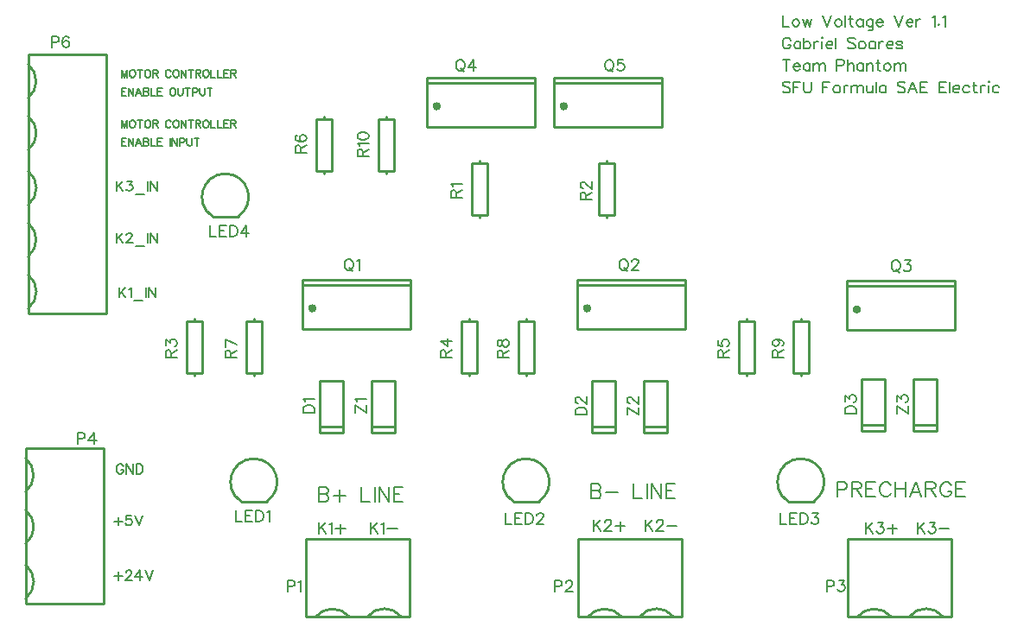
<source format=gto>
G04 ---------------------------- Layer name :TOP SILK LAYER*
G04 easyEDA 0.1*
G04 Scale: 100 percent, Rotated: No, Reflected: No *
G04 Dimensions in inches *
G04 leading zeros omitted , absolute positions ,2 integer and 4 * 
%FSLAX24Y24*%
%MOIN*%
G90*
G70D02*

%ADD10C,0.010000*%
%ADD11C,0.009000*%
%ADD12C,0.015748*%
%ADD13C,0.005000*%
%ADD14C,0.008000*%
%ADD15C,0.007000*%

%LPD*%
G54D10*
G01X3200Y45900D02*
G01X200Y45900D01*
G01X200Y45900D02*
G01X200Y35900D01*
G01X3200Y45900D02*
G01X3200Y35900D01*
G01X3200Y35900D02*
G01X200Y35900D01*
G01X11300Y41400D02*
G01X11300Y43400D01*
G01X11300Y43400D02*
G01X11600Y43400D01*
G01X11600Y43400D02*
G01X11900Y43400D01*
G01X11900Y43400D02*
G01X11900Y41400D01*
G01X11900Y41400D02*
G01X11600Y41400D01*
G01X11600Y41400D02*
G01X11300Y41400D01*
G01X11600Y43400D02*
G01X11600Y43500D01*
G01X11600Y41400D02*
G01X11600Y41300D01*
G01X7300Y39651D02*
G01X8303Y39648D01*
G01X13700Y41400D02*
G01X13700Y43400D01*
G01X13700Y43400D02*
G01X14000Y43400D01*
G01X14000Y43400D02*
G01X14300Y43400D01*
G01X14300Y43400D02*
G01X14300Y41400D01*
G01X14300Y41400D02*
G01X14000Y41400D01*
G01X14000Y41400D02*
G01X13700Y41400D01*
G01X14000Y43400D02*
G01X14000Y43500D01*
G01X14000Y41400D02*
G01X14000Y41300D01*
G01X29500Y28651D02*
G01X30503Y28648D01*
G01X19100Y33600D02*
G01X19100Y35600D01*
G01X19100Y35600D02*
G01X19400Y35600D01*
G01X19400Y35600D02*
G01X19700Y35600D01*
G01X19700Y35600D02*
G01X19700Y33600D01*
G01X19700Y33600D02*
G01X19400Y33600D01*
G01X19400Y33600D02*
G01X19100Y33600D01*
G01X19400Y35600D02*
G01X19400Y35700D01*
G01X19400Y33600D02*
G01X19400Y33500D01*
G01X18900Y28651D02*
G01X19903Y28648D01*
G01X8600Y33600D02*
G01X8600Y35600D01*
G01X8600Y35600D02*
G01X8900Y35600D01*
G01X8900Y35600D02*
G01X9200Y35600D01*
G01X9200Y35600D02*
G01X9200Y33600D01*
G01X9200Y33600D02*
G01X8900Y33600D01*
G01X8900Y33600D02*
G01X8600Y33600D01*
G01X8900Y35600D02*
G01X8900Y35700D01*
G01X8900Y33600D02*
G01X8900Y33500D01*
G01X8400Y28651D02*
G01X9403Y28648D01*
G01X29700Y33600D02*
G01X29700Y35600D01*
G01X29700Y35600D02*
G01X30000Y35600D01*
G01X30000Y35600D02*
G01X30300Y35600D01*
G01X30300Y35600D02*
G01X30300Y33600D01*
G01X30300Y33600D02*
G01X30000Y33600D01*
G01X30000Y33600D02*
G01X29700Y33600D01*
G01X30000Y35600D02*
G01X30000Y35700D01*
G01X30000Y33600D02*
G01X30000Y33500D01*
G01X6300Y33600D02*
G01X6300Y35600D01*
G01X6300Y35600D02*
G01X6600Y35600D01*
G01X6600Y35600D02*
G01X6900Y35600D01*
G01X6900Y35600D02*
G01X6900Y33600D01*
G01X6900Y33600D02*
G01X6600Y33600D01*
G01X6600Y33600D02*
G01X6300Y33600D01*
G01X6600Y35600D02*
G01X6600Y35700D01*
G01X6600Y33600D02*
G01X6600Y33500D01*
G01X16900Y33600D02*
G01X16900Y35600D01*
G01X16900Y35600D02*
G01X17200Y35600D01*
G01X17200Y35600D02*
G01X17500Y35600D01*
G01X17500Y35600D02*
G01X17500Y33600D01*
G01X17500Y33600D02*
G01X17200Y33600D01*
G01X17200Y33600D02*
G01X16900Y33600D01*
G01X17200Y35600D02*
G01X17200Y35700D01*
G01X17200Y33600D02*
G01X17200Y33500D01*
G01X27600Y33600D02*
G01X27600Y35600D01*
G01X27600Y35600D02*
G01X27900Y35600D01*
G01X27900Y35600D02*
G01X28200Y35600D01*
G01X28200Y35600D02*
G01X28200Y33600D01*
G01X28200Y33600D02*
G01X27900Y33600D01*
G01X27900Y33600D02*
G01X27600Y33600D01*
G01X27900Y35600D02*
G01X27900Y35700D01*
G01X27900Y33600D02*
G01X27900Y33500D01*
G54D11*
G01X14350Y33300D02*
G01X14350Y31300D01*
G01X13450Y31300D01*
G01X13450Y33300D01*
G01X14350Y33300D01*
G01X14350Y31550D02*
G01X13450Y31550D01*
G01X24850Y33300D02*
G01X24850Y31300D01*
G01X23950Y31300D01*
G01X23950Y33300D01*
G01X24850Y33300D01*
G01X24850Y31550D02*
G01X23950Y31550D01*
G01X35250Y33355D02*
G01X35250Y31355D01*
G01X34350Y31355D01*
G01X34350Y33355D01*
G01X35250Y33355D01*
G01X35250Y31605D02*
G01X34350Y31605D01*
G54D10*
G01X10763Y37202D02*
G01X14936Y37202D01*
G01X14936Y35312D01*
G01X10763Y35312D01*
G01X10763Y37202D01*
G01X14936Y37005D02*
G01X10763Y37005D01*
G01X21363Y37202D02*
G01X25536Y37202D01*
G01X25536Y35312D01*
G01X21363Y35312D01*
G01X21363Y37202D01*
G01X25536Y37005D02*
G01X21363Y37005D01*
G01X31763Y37157D02*
G01X35936Y37157D01*
G01X35936Y35267D01*
G01X31763Y35267D01*
G01X31763Y37157D01*
G01X35936Y36960D02*
G01X31763Y36960D01*
G01X15563Y45002D02*
G01X19736Y45002D01*
G01X19736Y43112D01*
G01X15563Y43112D01*
G01X15563Y45002D01*
G01X19736Y44805D02*
G01X15563Y44805D01*
G01X20463Y45002D02*
G01X24636Y45002D01*
G01X24636Y43112D01*
G01X20463Y43112D01*
G01X20463Y45002D01*
G01X24636Y44805D02*
G01X20463Y44805D01*
G54D11*
G01X12350Y33300D02*
G01X12350Y31300D01*
G01X11450Y31300D01*
G01X11450Y33300D01*
G01X12350Y33300D01*
G01X12350Y31550D02*
G01X11450Y31550D01*
G01X22850Y33300D02*
G01X22850Y31300D01*
G01X21950Y31300D01*
G01X21950Y33300D01*
G01X22850Y33300D01*
G01X22850Y31550D02*
G01X21950Y31550D01*
G01X33250Y33355D02*
G01X33250Y31355D01*
G01X32350Y31355D01*
G01X32350Y33355D01*
G01X33250Y33355D01*
G01X33250Y31605D02*
G01X32350Y31605D01*
G54D10*
G01X10900Y27200D02*
G01X10900Y24200D01*
G01X10900Y24200D01*
G01X10900Y27200D02*
G01X14900Y27200D01*
G01X10900Y24200D02*
G01X14900Y24200D01*
G01X14900Y27200D02*
G01X14900Y24200D01*
G01X21400Y27200D02*
G01X21400Y24200D01*
G01X21400Y24200D01*
G01X21400Y27200D02*
G01X25400Y27200D01*
G01X21400Y24200D02*
G01X25400Y24200D01*
G01X25400Y27200D02*
G01X25400Y24200D01*
G01X31800Y27200D02*
G01X31800Y24200D01*
G01X31800Y24200D01*
G01X31800Y27200D02*
G01X35800Y27200D01*
G01X31800Y24200D02*
G01X35800Y24200D01*
G01X35800Y27200D02*
G01X35800Y24200D01*
G01X3100Y30700D02*
G01X100Y30700D01*
G01X100Y30700D01*
G01X3100Y30700D02*
G01X3100Y26700D01*
G01X100Y30700D02*
G01X100Y26700D01*
G01X3100Y26700D02*
G01X3100Y24700D01*
G01X100Y26700D02*
G01X100Y24700D01*
G01X3100Y24700D02*
G01X100Y24700D01*
G01X17900Y41700D02*
G01X17900Y39700D01*
G01X17900Y39700D02*
G01X17600Y39700D01*
G01X17600Y39700D02*
G01X17300Y39700D01*
G01X17300Y39700D02*
G01X17300Y41700D01*
G01X17300Y41700D02*
G01X17600Y41700D01*
G01X17600Y41700D02*
G01X17900Y41700D01*
G01X17600Y39700D02*
G01X17600Y39600D01*
G01X17600Y41700D02*
G01X17600Y41800D01*
G01X22800Y41700D02*
G01X22800Y39700D01*
G01X22800Y39700D02*
G01X22500Y39700D01*
G01X22500Y39700D02*
G01X22200Y39700D01*
G01X22200Y39700D02*
G01X22200Y41700D01*
G01X22200Y41700D02*
G01X22500Y41700D01*
G01X22500Y41700D02*
G01X22800Y41700D01*
G01X22500Y39700D02*
G01X22500Y39600D01*
G01X22500Y41700D02*
G01X22500Y41800D01*
G54D13*
G01X29299Y47400D02*
G01X29299Y46970D01*
G01X29299Y46970D02*
G01X29545Y46970D01*
G01X29782Y47256D02*
G01X29741Y47236D01*
G01X29700Y47195D01*
G01X29680Y47134D01*
G01X29680Y47093D01*
G01X29700Y47031D01*
G01X29741Y46990D01*
G01X29782Y46970D01*
G01X29844Y46970D01*
G01X29884Y46990D01*
G01X29925Y47031D01*
G01X29946Y47093D01*
G01X29946Y47134D01*
G01X29925Y47195D01*
G01X29884Y47236D01*
G01X29844Y47256D01*
G01X29782Y47256D01*
G01X30081Y47256D02*
G01X30163Y46970D01*
G01X30244Y47256D02*
G01X30163Y46970D01*
G01X30244Y47256D02*
G01X30326Y46970D01*
G01X30408Y47256D02*
G01X30326Y46970D01*
G01X30858Y47400D02*
G01X31022Y46970D01*
G01X31185Y47400D02*
G01X31022Y46970D01*
G01X31423Y47256D02*
G01X31382Y47236D01*
G01X31341Y47195D01*
G01X31320Y47134D01*
G01X31320Y47093D01*
G01X31341Y47031D01*
G01X31382Y46990D01*
G01X31423Y46970D01*
G01X31484Y46970D01*
G01X31525Y46990D01*
G01X31566Y47031D01*
G01X31586Y47093D01*
G01X31586Y47134D01*
G01X31566Y47195D01*
G01X31525Y47236D01*
G01X31484Y47256D01*
G01X31423Y47256D01*
G01X31721Y47400D02*
G01X31721Y46970D01*
G01X31918Y47400D02*
G01X31918Y47052D01*
G01X31938Y46990D01*
G01X31979Y46970D01*
G01X32020Y46970D01*
G01X31856Y47256D02*
G01X31999Y47256D01*
G01X32400Y47256D02*
G01X32400Y46970D01*
G01X32400Y47195D02*
G01X32359Y47236D01*
G01X32319Y47256D01*
G01X32257Y47256D01*
G01X32216Y47236D01*
G01X32175Y47195D01*
G01X32155Y47134D01*
G01X32155Y47093D01*
G01X32175Y47031D01*
G01X32216Y46990D01*
G01X32257Y46970D01*
G01X32319Y46970D01*
G01X32359Y46990D01*
G01X32400Y47031D01*
G01X32781Y47256D02*
G01X32781Y46929D01*
G01X32760Y46868D01*
G01X32740Y46847D01*
G01X32699Y46827D01*
G01X32638Y46827D01*
G01X32597Y46847D01*
G01X32781Y47195D02*
G01X32740Y47236D01*
G01X32699Y47256D01*
G01X32638Y47256D01*
G01X32597Y47236D01*
G01X32556Y47195D01*
G01X32535Y47134D01*
G01X32535Y47093D01*
G01X32556Y47031D01*
G01X32597Y46990D01*
G01X32638Y46970D01*
G01X32699Y46970D01*
G01X32740Y46990D01*
G01X32781Y47031D01*
G01X32916Y47134D02*
G01X33161Y47134D01*
G01X33161Y47175D01*
G01X33141Y47215D01*
G01X33120Y47236D01*
G01X33079Y47256D01*
G01X33018Y47256D01*
G01X32977Y47236D01*
G01X32936Y47195D01*
G01X32916Y47134D01*
G01X32916Y47093D01*
G01X32936Y47031D01*
G01X32977Y46990D01*
G01X33018Y46970D01*
G01X33079Y46970D01*
G01X33120Y46990D01*
G01X33161Y47031D01*
G01X33611Y47400D02*
G01X33775Y46970D01*
G01X33939Y47400D02*
G01X33775Y46970D01*
G01X34074Y47134D02*
G01X34319Y47134D01*
G01X34319Y47175D01*
G01X34299Y47215D01*
G01X34278Y47236D01*
G01X34237Y47256D01*
G01X34176Y47256D01*
G01X34135Y47236D01*
G01X34094Y47195D01*
G01X34074Y47134D01*
G01X34074Y47093D01*
G01X34094Y47031D01*
G01X34135Y46990D01*
G01X34176Y46970D01*
G01X34237Y46970D01*
G01X34278Y46990D01*
G01X34319Y47031D01*
G01X34454Y47256D02*
G01X34454Y46970D01*
G01X34454Y47134D02*
G01X34474Y47195D01*
G01X34515Y47236D01*
G01X34556Y47256D01*
G01X34618Y47256D01*
G01X35068Y47318D02*
G01X35109Y47338D01*
G01X35170Y47400D01*
G01X35170Y46970D01*
G01X35325Y47072D02*
G01X35305Y47052D01*
G01X35325Y47031D01*
G01X35346Y47052D01*
G01X35325Y47072D01*
G01X35481Y47318D02*
G01X35522Y47338D01*
G01X35583Y47400D01*
G01X35583Y46970D01*
G01X29606Y46447D02*
G01X29586Y46488D01*
G01X29545Y46529D01*
G01X29504Y46550D01*
G01X29422Y46550D01*
G01X29381Y46529D01*
G01X29340Y46488D01*
G01X29320Y46447D01*
G01X29299Y46386D01*
G01X29299Y46284D01*
G01X29320Y46222D01*
G01X29340Y46181D01*
G01X29381Y46140D01*
G01X29422Y46120D01*
G01X29504Y46120D01*
G01X29545Y46140D01*
G01X29586Y46181D01*
G01X29606Y46222D01*
G01X29606Y46284D01*
G01X29504Y46284D02*
G01X29606Y46284D01*
G01X29987Y46406D02*
G01X29987Y46120D01*
G01X29987Y46345D02*
G01X29946Y46386D01*
G01X29905Y46406D01*
G01X29844Y46406D01*
G01X29803Y46386D01*
G01X29762Y46345D01*
G01X29741Y46284D01*
G01X29741Y46243D01*
G01X29762Y46181D01*
G01X29803Y46140D01*
G01X29844Y46120D01*
G01X29905Y46120D01*
G01X29946Y46140D01*
G01X29987Y46181D01*
G01X30122Y46550D02*
G01X30122Y46120D01*
G01X30122Y46345D02*
G01X30163Y46386D01*
G01X30204Y46406D01*
G01X30265Y46406D01*
G01X30306Y46386D01*
G01X30347Y46345D01*
G01X30367Y46284D01*
G01X30367Y46243D01*
G01X30347Y46181D01*
G01X30306Y46140D01*
G01X30265Y46120D01*
G01X30204Y46120D01*
G01X30163Y46140D01*
G01X30122Y46181D01*
G01X30502Y46406D02*
G01X30502Y46120D01*
G01X30502Y46284D02*
G01X30523Y46345D01*
G01X30564Y46386D01*
G01X30604Y46406D01*
G01X30666Y46406D01*
G01X30801Y46550D02*
G01X30821Y46529D01*
G01X30842Y46550D01*
G01X30821Y46570D01*
G01X30801Y46550D01*
G01X30821Y46406D02*
G01X30821Y46120D01*
G01X30977Y46284D02*
G01X31222Y46284D01*
G01X31222Y46325D01*
G01X31202Y46365D01*
G01X31181Y46386D01*
G01X31140Y46406D01*
G01X31079Y46406D01*
G01X31038Y46386D01*
G01X30997Y46345D01*
G01X30977Y46284D01*
G01X30977Y46243D01*
G01X30997Y46181D01*
G01X31038Y46140D01*
G01X31079Y46120D01*
G01X31140Y46120D01*
G01X31181Y46140D01*
G01X31222Y46181D01*
G01X31357Y46550D02*
G01X31357Y46120D01*
G01X32094Y46488D02*
G01X32053Y46529D01*
G01X31991Y46550D01*
G01X31909Y46550D01*
G01X31848Y46529D01*
G01X31807Y46488D01*
G01X31807Y46447D01*
G01X31828Y46406D01*
G01X31848Y46386D01*
G01X31889Y46365D01*
G01X32012Y46325D01*
G01X32053Y46304D01*
G01X32073Y46284D01*
G01X32094Y46243D01*
G01X32094Y46181D01*
G01X32053Y46140D01*
G01X31991Y46120D01*
G01X31909Y46120D01*
G01X31848Y46140D01*
G01X31807Y46181D01*
G01X32331Y46406D02*
G01X32290Y46386D01*
G01X32249Y46345D01*
G01X32229Y46284D01*
G01X32229Y46243D01*
G01X32249Y46181D01*
G01X32290Y46140D01*
G01X32331Y46120D01*
G01X32392Y46120D01*
G01X32433Y46140D01*
G01X32474Y46181D01*
G01X32494Y46243D01*
G01X32494Y46284D01*
G01X32474Y46345D01*
G01X32433Y46386D01*
G01X32392Y46406D01*
G01X32331Y46406D01*
G01X32875Y46406D02*
G01X32875Y46120D01*
G01X32875Y46345D02*
G01X32834Y46386D01*
G01X32793Y46406D01*
G01X32732Y46406D01*
G01X32691Y46386D01*
G01X32650Y46345D01*
G01X32629Y46284D01*
G01X32629Y46243D01*
G01X32650Y46181D01*
G01X32691Y46140D01*
G01X32732Y46120D01*
G01X32793Y46120D01*
G01X32834Y46140D01*
G01X32875Y46181D01*
G01X33010Y46406D02*
G01X33010Y46120D01*
G01X33010Y46284D02*
G01X33030Y46345D01*
G01X33071Y46386D01*
G01X33112Y46406D01*
G01X33174Y46406D01*
G01X33309Y46284D02*
G01X33554Y46284D01*
G01X33554Y46325D01*
G01X33534Y46365D01*
G01X33513Y46386D01*
G01X33472Y46406D01*
G01X33411Y46406D01*
G01X33370Y46386D01*
G01X33329Y46345D01*
G01X33309Y46284D01*
G01X33309Y46243D01*
G01X33329Y46181D01*
G01X33370Y46140D01*
G01X33411Y46120D01*
G01X33472Y46120D01*
G01X33513Y46140D01*
G01X33554Y46181D01*
G01X33914Y46345D02*
G01X33894Y46386D01*
G01X33832Y46406D01*
G01X33771Y46406D01*
G01X33709Y46386D01*
G01X33689Y46345D01*
G01X33709Y46304D01*
G01X33750Y46284D01*
G01X33853Y46263D01*
G01X33894Y46243D01*
G01X33914Y46202D01*
G01X33914Y46181D01*
G01X33894Y46140D01*
G01X33832Y46120D01*
G01X33771Y46120D01*
G01X33709Y46140D01*
G01X33689Y46181D01*
G01X29443Y45700D02*
G01X29443Y45270D01*
G01X29299Y45700D02*
G01X29586Y45700D01*
G01X29721Y45434D02*
G01X29966Y45434D01*
G01X29966Y45475D01*
G01X29946Y45515D01*
G01X29925Y45536D01*
G01X29884Y45556D01*
G01X29823Y45556D01*
G01X29782Y45536D01*
G01X29741Y45495D01*
G01X29721Y45434D01*
G01X29721Y45393D01*
G01X29741Y45331D01*
G01X29782Y45290D01*
G01X29823Y45270D01*
G01X29884Y45270D01*
G01X29925Y45290D01*
G01X29966Y45331D01*
G01X30347Y45556D02*
G01X30347Y45270D01*
G01X30347Y45495D02*
G01X30306Y45536D01*
G01X30265Y45556D01*
G01X30204Y45556D01*
G01X30163Y45536D01*
G01X30122Y45495D01*
G01X30101Y45434D01*
G01X30101Y45393D01*
G01X30122Y45331D01*
G01X30163Y45290D01*
G01X30204Y45270D01*
G01X30265Y45270D01*
G01X30306Y45290D01*
G01X30347Y45331D01*
G01X30482Y45556D02*
G01X30482Y45270D01*
G01X30482Y45475D02*
G01X30543Y45536D01*
G01X30584Y45556D01*
G01X30645Y45556D01*
G01X30686Y45536D01*
G01X30707Y45475D01*
G01X30707Y45270D01*
G01X30707Y45475D02*
G01X30768Y45536D01*
G01X30809Y45556D01*
G01X30870Y45556D01*
G01X30911Y45536D01*
G01X30932Y45475D01*
G01X30932Y45270D01*
G01X31382Y45700D02*
G01X31382Y45270D01*
G01X31382Y45700D02*
G01X31566Y45700D01*
G01X31627Y45679D01*
G01X31648Y45659D01*
G01X31668Y45618D01*
G01X31668Y45556D01*
G01X31648Y45515D01*
G01X31627Y45495D01*
G01X31566Y45475D01*
G01X31382Y45475D01*
G01X31803Y45700D02*
G01X31803Y45270D01*
G01X31803Y45475D02*
G01X31864Y45536D01*
G01X31905Y45556D01*
G01X31967Y45556D01*
G01X32008Y45536D01*
G01X32028Y45475D01*
G01X32028Y45270D01*
G01X32409Y45556D02*
G01X32409Y45270D01*
G01X32409Y45495D02*
G01X32368Y45536D01*
G01X32327Y45556D01*
G01X32265Y45556D01*
G01X32224Y45536D01*
G01X32184Y45495D01*
G01X32163Y45434D01*
G01X32163Y45393D01*
G01X32184Y45331D01*
G01X32224Y45290D01*
G01X32265Y45270D01*
G01X32327Y45270D01*
G01X32368Y45290D01*
G01X32409Y45331D01*
G01X32544Y45556D02*
G01X32544Y45270D01*
G01X32544Y45475D02*
G01X32605Y45536D01*
G01X32646Y45556D01*
G01X32707Y45556D01*
G01X32748Y45536D01*
G01X32769Y45475D01*
G01X32769Y45270D01*
G01X32965Y45700D02*
G01X32965Y45352D01*
G01X32985Y45290D01*
G01X33026Y45270D01*
G01X33067Y45270D01*
G01X32904Y45556D02*
G01X33047Y45556D01*
G01X33304Y45556D02*
G01X33264Y45536D01*
G01X33223Y45495D01*
G01X33202Y45434D01*
G01X33202Y45393D01*
G01X33223Y45331D01*
G01X33264Y45290D01*
G01X33304Y45270D01*
G01X33366Y45270D01*
G01X33407Y45290D01*
G01X33448Y45331D01*
G01X33468Y45393D01*
G01X33468Y45434D01*
G01X33448Y45495D01*
G01X33407Y45536D01*
G01X33366Y45556D01*
G01X33304Y45556D01*
G01X33603Y45556D02*
G01X33603Y45270D01*
G01X33603Y45475D02*
G01X33664Y45536D01*
G01X33705Y45556D01*
G01X33767Y45556D01*
G01X33808Y45536D01*
G01X33828Y45475D01*
G01X33828Y45270D01*
G01X33828Y45475D02*
G01X33889Y45536D01*
G01X33930Y45556D01*
G01X33992Y45556D01*
G01X34033Y45536D01*
G01X34053Y45475D01*
G01X34053Y45270D01*
G01X29586Y44788D02*
G01X29545Y44829D01*
G01X29484Y44850D01*
G01X29402Y44850D01*
G01X29340Y44829D01*
G01X29299Y44788D01*
G01X29299Y44747D01*
G01X29320Y44706D01*
G01X29340Y44686D01*
G01X29381Y44665D01*
G01X29504Y44625D01*
G01X29545Y44604D01*
G01X29565Y44584D01*
G01X29586Y44543D01*
G01X29586Y44481D01*
G01X29545Y44440D01*
G01X29484Y44420D01*
G01X29402Y44420D01*
G01X29340Y44440D01*
G01X29299Y44481D01*
G01X29721Y44850D02*
G01X29721Y44420D01*
G01X29721Y44850D02*
G01X29987Y44850D01*
G01X29721Y44645D02*
G01X29884Y44645D01*
G01X30122Y44850D02*
G01X30122Y44543D01*
G01X30142Y44481D01*
G01X30183Y44440D01*
G01X30244Y44420D01*
G01X30285Y44420D01*
G01X30347Y44440D01*
G01X30388Y44481D01*
G01X30408Y44543D01*
G01X30408Y44850D01*
G01X30858Y44850D02*
G01X30858Y44420D01*
G01X30858Y44850D02*
G01X31124Y44850D01*
G01X30858Y44645D02*
G01X31022Y44645D01*
G01X31361Y44706D02*
G01X31320Y44686D01*
G01X31279Y44645D01*
G01X31259Y44584D01*
G01X31259Y44543D01*
G01X31279Y44481D01*
G01X31320Y44440D01*
G01X31361Y44420D01*
G01X31423Y44420D01*
G01X31464Y44440D01*
G01X31504Y44481D01*
G01X31525Y44543D01*
G01X31525Y44584D01*
G01X31504Y44645D01*
G01X31464Y44686D01*
G01X31423Y44706D01*
G01X31361Y44706D01*
G01X31660Y44706D02*
G01X31660Y44420D01*
G01X31660Y44584D02*
G01X31680Y44645D01*
G01X31721Y44686D01*
G01X31762Y44706D01*
G01X31824Y44706D01*
G01X31959Y44706D02*
G01X31959Y44420D01*
G01X31959Y44625D02*
G01X32020Y44686D01*
G01X32061Y44706D01*
G01X32122Y44706D01*
G01X32163Y44686D01*
G01X32184Y44625D01*
G01X32184Y44420D01*
G01X32184Y44625D02*
G01X32245Y44686D01*
G01X32286Y44706D01*
G01X32347Y44706D01*
G01X32388Y44686D01*
G01X32409Y44625D01*
G01X32409Y44420D01*
G01X32544Y44706D02*
G01X32544Y44502D01*
G01X32564Y44440D01*
G01X32605Y44420D01*
G01X32666Y44420D01*
G01X32707Y44440D01*
G01X32769Y44502D01*
G01X32769Y44706D02*
G01X32769Y44420D01*
G01X32904Y44850D02*
G01X32904Y44420D01*
G01X33284Y44706D02*
G01X33284Y44420D01*
G01X33284Y44645D02*
G01X33243Y44686D01*
G01X33202Y44706D01*
G01X33141Y44706D01*
G01X33100Y44686D01*
G01X33059Y44645D01*
G01X33039Y44584D01*
G01X33039Y44543D01*
G01X33059Y44481D01*
G01X33100Y44440D01*
G01X33141Y44420D01*
G01X33202Y44420D01*
G01X33243Y44440D01*
G01X33284Y44481D01*
G01X34020Y44788D02*
G01X33979Y44829D01*
G01X33918Y44850D01*
G01X33836Y44850D01*
G01X33775Y44829D01*
G01X33734Y44788D01*
G01X33734Y44747D01*
G01X33754Y44706D01*
G01X33775Y44686D01*
G01X33816Y44665D01*
G01X33939Y44625D01*
G01X33979Y44604D01*
G01X34000Y44584D01*
G01X34020Y44543D01*
G01X34020Y44481D01*
G01X33979Y44440D01*
G01X33918Y44420D01*
G01X33836Y44420D01*
G01X33775Y44440D01*
G01X33734Y44481D01*
G01X34319Y44850D02*
G01X34155Y44420D01*
G01X34319Y44850D02*
G01X34483Y44420D01*
G01X34217Y44563D02*
G01X34421Y44563D01*
G01X34618Y44850D02*
G01X34618Y44420D01*
G01X34618Y44850D02*
G01X34884Y44850D01*
G01X34618Y44645D02*
G01X34781Y44645D01*
G01X34618Y44420D02*
G01X34884Y44420D01*
G01X35334Y44850D02*
G01X35334Y44420D01*
G01X35334Y44850D02*
G01X35599Y44850D01*
G01X35334Y44645D02*
G01X35497Y44645D01*
G01X35334Y44420D02*
G01X35599Y44420D01*
G01X35734Y44850D02*
G01X35734Y44420D01*
G01X35869Y44584D02*
G01X36115Y44584D01*
G01X36115Y44625D01*
G01X36094Y44665D01*
G01X36074Y44686D01*
G01X36033Y44706D01*
G01X35972Y44706D01*
G01X35931Y44686D01*
G01X35890Y44645D01*
G01X35869Y44584D01*
G01X35869Y44543D01*
G01X35890Y44481D01*
G01X35931Y44440D01*
G01X35972Y44420D01*
G01X36033Y44420D01*
G01X36074Y44440D01*
G01X36115Y44481D01*
G01X36495Y44645D02*
G01X36454Y44686D01*
G01X36414Y44706D01*
G01X36352Y44706D01*
G01X36311Y44686D01*
G01X36270Y44645D01*
G01X36250Y44584D01*
G01X36250Y44543D01*
G01X36270Y44481D01*
G01X36311Y44440D01*
G01X36352Y44420D01*
G01X36414Y44420D01*
G01X36454Y44440D01*
G01X36495Y44481D01*
G01X36692Y44850D02*
G01X36692Y44502D01*
G01X36712Y44440D01*
G01X36753Y44420D01*
G01X36794Y44420D01*
G01X36630Y44706D02*
G01X36774Y44706D01*
G01X36929Y44706D02*
G01X36929Y44420D01*
G01X36929Y44584D02*
G01X36949Y44645D01*
G01X36990Y44686D01*
G01X37031Y44706D01*
G01X37093Y44706D01*
G01X37228Y44850D02*
G01X37248Y44829D01*
G01X37269Y44850D01*
G01X37248Y44870D01*
G01X37228Y44850D01*
G01X37248Y44706D02*
G01X37248Y44420D01*
G01X37649Y44645D02*
G01X37608Y44686D01*
G01X37567Y44706D01*
G01X37506Y44706D01*
G01X37465Y44686D01*
G01X37424Y44645D01*
G01X37404Y44584D01*
G01X37404Y44543D01*
G01X37424Y44481D01*
G01X37465Y44440D01*
G01X37506Y44420D01*
G01X37567Y44420D01*
G01X37608Y44440D01*
G01X37649Y44481D01*
G54D14*
G01X3800Y45300D02*
G01X3800Y45013D01*
G01X3800Y45300D02*
G01X3909Y45013D01*
G01X4017Y45300D02*
G01X3909Y45013D01*
G01X4017Y45300D02*
G01X4017Y45013D01*
G01X4190Y45300D02*
G01X4163Y45286D01*
G01X4134Y45259D01*
G01X4121Y45230D01*
G01X4107Y45190D01*
G01X4107Y45121D01*
G01X4121Y45080D01*
G01X4134Y45054D01*
G01X4163Y45027D01*
G01X4190Y45013D01*
G01X4244Y45013D01*
G01X4271Y45027D01*
G01X4298Y45054D01*
G01X4313Y45080D01*
G01X4326Y45121D01*
G01X4326Y45190D01*
G01X4313Y45230D01*
G01X4298Y45259D01*
G01X4271Y45286D01*
G01X4244Y45300D01*
G01X4190Y45300D01*
G01X4511Y45300D02*
G01X4511Y45013D01*
G01X4415Y45300D02*
G01X4606Y45300D01*
G01X4778Y45300D02*
G01X4752Y45286D01*
G01X4725Y45259D01*
G01X4710Y45230D01*
G01X4697Y45190D01*
G01X4697Y45121D01*
G01X4710Y45080D01*
G01X4725Y45054D01*
G01X4752Y45027D01*
G01X4778Y45013D01*
G01X4834Y45013D01*
G01X4860Y45027D01*
G01X4888Y45054D01*
G01X4902Y45080D01*
G01X4914Y45121D01*
G01X4914Y45190D01*
G01X4902Y45230D01*
G01X4888Y45259D01*
G01X4860Y45286D01*
G01X4834Y45300D01*
G01X4778Y45300D01*
G01X5005Y45300D02*
G01X5005Y45013D01*
G01X5005Y45300D02*
G01X5127Y45300D01*
G01X5168Y45286D01*
G01X5182Y45271D01*
G01X5196Y45244D01*
G01X5196Y45217D01*
G01X5182Y45190D01*
G01X5168Y45177D01*
G01X5127Y45163D01*
G01X5005Y45163D01*
G01X5101Y45163D02*
G01X5196Y45013D01*
G01X5701Y45230D02*
G01X5686Y45259D01*
G01X5660Y45286D01*
G01X5632Y45300D01*
G01X5577Y45300D01*
G01X5551Y45286D01*
G01X5523Y45259D01*
G01X5510Y45230D01*
G01X5496Y45190D01*
G01X5496Y45121D01*
G01X5510Y45080D01*
G01X5523Y45054D01*
G01X5551Y45027D01*
G01X5577Y45013D01*
G01X5632Y45013D01*
G01X5660Y45027D01*
G01X5686Y45054D01*
G01X5701Y45080D01*
G01X5872Y45300D02*
G01X5844Y45286D01*
G01X5818Y45259D01*
G01X5805Y45230D01*
G01X5790Y45190D01*
G01X5790Y45121D01*
G01X5805Y45080D01*
G01X5818Y45054D01*
G01X5844Y45027D01*
G01X5872Y45013D01*
G01X5927Y45013D01*
G01X5955Y45027D01*
G01X5981Y45054D01*
G01X5994Y45080D01*
G01X6009Y45121D01*
G01X6009Y45190D01*
G01X5994Y45230D01*
G01X5981Y45259D01*
G01X5955Y45286D01*
G01X5927Y45300D01*
G01X5872Y45300D01*
G01X6098Y45300D02*
G01X6098Y45013D01*
G01X6098Y45300D02*
G01X6289Y45013D01*
G01X6289Y45300D02*
G01X6289Y45013D01*
G01X6475Y45300D02*
G01X6475Y45013D01*
G01X6380Y45300D02*
G01X6571Y45300D01*
G01X6660Y45300D02*
G01X6660Y45013D01*
G01X6660Y45300D02*
G01X6784Y45300D01*
G01X6825Y45286D01*
G01X6838Y45271D01*
G01X6852Y45244D01*
G01X6852Y45217D01*
G01X6838Y45190D01*
G01X6825Y45177D01*
G01X6784Y45163D01*
G01X6660Y45163D01*
G01X6756Y45163D02*
G01X6852Y45013D01*
G01X7023Y45300D02*
G01X6996Y45286D01*
G01X6968Y45259D01*
G01X6955Y45230D01*
G01X6942Y45190D01*
G01X6942Y45121D01*
G01X6955Y45080D01*
G01X6968Y45054D01*
G01X6996Y45027D01*
G01X7023Y45013D01*
G01X7077Y45013D01*
G01X7105Y45027D01*
G01X7132Y45054D01*
G01X7146Y45080D01*
G01X7160Y45121D01*
G01X7160Y45190D01*
G01X7146Y45230D01*
G01X7132Y45259D01*
G01X7105Y45286D01*
G01X7077Y45300D01*
G01X7023Y45300D01*
G01X7250Y45300D02*
G01X7250Y45013D01*
G01X7250Y45013D02*
G01X7414Y45013D01*
G01X7503Y45300D02*
G01X7503Y45013D01*
G01X7503Y45013D02*
G01X7667Y45013D01*
G01X7756Y45300D02*
G01X7756Y45013D01*
G01X7756Y45300D02*
G01X7935Y45300D01*
G01X7756Y45163D02*
G01X7865Y45163D01*
G01X7756Y45013D02*
G01X7935Y45013D01*
G01X8025Y45300D02*
G01X8025Y45013D01*
G01X8025Y45300D02*
G01X8147Y45300D01*
G01X8188Y45286D01*
G01X8202Y45271D01*
G01X8214Y45244D01*
G01X8214Y45217D01*
G01X8202Y45190D01*
G01X8188Y45177D01*
G01X8147Y45163D01*
G01X8025Y45163D01*
G01X8119Y45163D02*
G01X8214Y45013D01*
G01X3800Y44600D02*
G01X3800Y44313D01*
G01X3800Y44600D02*
G01X3976Y44600D01*
G01X3800Y44463D02*
G01X3909Y44463D01*
G01X3800Y44313D02*
G01X3976Y44313D01*
G01X4067Y44600D02*
G01X4067Y44313D01*
G01X4067Y44600D02*
G01X4257Y44313D01*
G01X4257Y44600D02*
G01X4257Y44313D01*
G01X4457Y44600D02*
G01X4348Y44313D01*
G01X4457Y44600D02*
G01X4565Y44313D01*
G01X4388Y44409D02*
G01X4525Y44409D01*
G01X4656Y44600D02*
G01X4656Y44313D01*
G01X4656Y44600D02*
G01X4778Y44600D01*
G01X4819Y44586D01*
G01X4834Y44571D01*
G01X4847Y44544D01*
G01X4847Y44517D01*
G01X4834Y44490D01*
G01X4819Y44477D01*
G01X4778Y44463D01*
G01X4656Y44463D02*
G01X4778Y44463D01*
G01X4819Y44450D01*
G01X4834Y44436D01*
G01X4847Y44409D01*
G01X4847Y44367D01*
G01X4834Y44340D01*
G01X4819Y44327D01*
G01X4778Y44313D01*
G01X4656Y44313D01*
G01X4936Y44600D02*
G01X4936Y44313D01*
G01X4936Y44313D02*
G01X5101Y44313D01*
G01X5190Y44600D02*
G01X5190Y44313D01*
G01X5190Y44600D02*
G01X5368Y44600D01*
G01X5190Y44463D02*
G01X5300Y44463D01*
G01X5190Y44313D02*
G01X5368Y44313D01*
G01X5750Y44600D02*
G01X5722Y44586D01*
G01X5694Y44559D01*
G01X5681Y44530D01*
G01X5668Y44490D01*
G01X5668Y44421D01*
G01X5681Y44380D01*
G01X5694Y44354D01*
G01X5722Y44327D01*
G01X5750Y44313D01*
G01X5805Y44313D01*
G01X5831Y44327D01*
G01X5859Y44354D01*
G01X5872Y44380D01*
G01X5885Y44421D01*
G01X5885Y44490D01*
G01X5872Y44530D01*
G01X5859Y44559D01*
G01X5831Y44586D01*
G01X5805Y44600D01*
G01X5750Y44600D01*
G01X5976Y44600D02*
G01X5976Y44394D01*
G01X5989Y44354D01*
G01X6017Y44327D01*
G01X6057Y44313D01*
G01X6085Y44313D01*
G01X6126Y44327D01*
G01X6153Y44354D01*
G01X6167Y44394D01*
G01X6167Y44600D01*
G01X6352Y44600D02*
G01X6352Y44313D01*
G01X6256Y44600D02*
G01X6447Y44600D01*
G01X6538Y44600D02*
G01X6538Y44313D01*
G01X6538Y44600D02*
G01X6660Y44600D01*
G01X6702Y44586D01*
G01X6714Y44571D01*
G01X6728Y44544D01*
G01X6728Y44504D01*
G01X6714Y44477D01*
G01X6702Y44463D01*
G01X6660Y44450D01*
G01X6538Y44450D01*
G01X6818Y44600D02*
G01X6818Y44394D01*
G01X6832Y44354D01*
G01X6860Y44327D01*
G01X6901Y44313D01*
G01X6927Y44313D01*
G01X6968Y44327D01*
G01X6996Y44354D01*
G01X7010Y44394D01*
G01X7010Y44600D01*
G01X7194Y44600D02*
G01X7194Y44313D01*
G01X7100Y44600D02*
G01X7290Y44600D01*
G01X3663Y25945D02*
G01X3663Y25617D01*
G01X3500Y25781D02*
G01X3826Y25781D01*
G01X3965Y25908D02*
G01X3965Y25926D01*
G01X3984Y25963D01*
G01X4001Y25981D01*
G01X4038Y25999D01*
G01X4111Y25999D01*
G01X4146Y25981D01*
G01X4165Y25963D01*
G01X4184Y25926D01*
G01X4184Y25890D01*
G01X4165Y25854D01*
G01X4128Y25799D01*
G01X3946Y25617D01*
G01X4201Y25617D01*
G01X4503Y25999D02*
G01X4321Y25745D01*
G01X4594Y25745D01*
G01X4503Y25999D02*
G01X4503Y25617D01*
G01X4714Y25999D02*
G01X4860Y25617D01*
G01X5005Y25999D02*
G01X4860Y25617D01*
G01X3663Y28046D02*
G01X3663Y27718D01*
G01X3500Y27882D02*
G01X3826Y27882D01*
G01X4165Y28100D02*
G01X3984Y28100D01*
G01X3965Y27937D01*
G01X3984Y27955D01*
G01X4038Y27973D01*
G01X4092Y27973D01*
G01X4146Y27955D01*
G01X4184Y27918D01*
G01X4201Y27864D01*
G01X4201Y27827D01*
G01X4184Y27773D01*
G01X4146Y27737D01*
G01X4092Y27718D01*
G01X4038Y27718D01*
G01X3984Y27737D01*
G01X3965Y27755D01*
G01X3946Y27791D01*
G01X4321Y28100D02*
G01X4467Y27718D01*
G01X4613Y28100D02*
G01X4467Y27718D01*
G01X3873Y30008D02*
G01X3855Y30045D01*
G01X3817Y30081D01*
G01X3782Y30099D01*
G01X3709Y30099D01*
G01X3673Y30081D01*
G01X3636Y30045D01*
G01X3617Y30008D01*
G01X3600Y29954D01*
G01X3600Y29863D01*
G01X3617Y29808D01*
G01X3636Y29772D01*
G01X3673Y29736D01*
G01X3709Y29717D01*
G01X3782Y29717D01*
G01X3817Y29736D01*
G01X3855Y29772D01*
G01X3873Y29808D01*
G01X3873Y29863D01*
G01X3782Y29863D02*
G01X3873Y29863D01*
G01X3992Y30099D02*
G01X3992Y29717D01*
G01X3992Y30099D02*
G01X4246Y29717D01*
G01X4246Y30099D02*
G01X4246Y29717D01*
G01X4367Y30099D02*
G01X4367Y29717D01*
G01X4367Y30099D02*
G01X4494Y30099D01*
G01X4548Y30081D01*
G01X4584Y30045D01*
G01X4603Y30008D01*
G01X4622Y29954D01*
G01X4622Y29863D01*
G01X4603Y29808D01*
G01X4584Y29772D01*
G01X4548Y29736D01*
G01X4494Y29717D01*
G01X4367Y29717D01*
G54D15*
G01X11400Y27844D02*
G01X11400Y27415D01*
G01X11685Y27844D02*
G01X11400Y27559D01*
G01X11502Y27661D02*
G01X11685Y27415D01*
G01X11821Y27763D02*
G01X11861Y27784D01*
G01X11923Y27844D01*
G01X11923Y27415D01*
G01X12243Y27784D02*
G01X12243Y27415D01*
G01X12059Y27600D02*
G01X12427Y27600D01*
G01X13400Y27844D02*
G01X13400Y27415D01*
G01X13685Y27844D02*
G01X13400Y27559D01*
G01X13502Y27661D02*
G01X13685Y27415D01*
G01X13821Y27763D02*
G01X13861Y27784D01*
G01X13923Y27844D01*
G01X13923Y27415D01*
G01X14059Y27600D02*
G01X14427Y27600D01*
G01X22000Y27944D02*
G01X22000Y27515D01*
G01X22285Y27944D02*
G01X22000Y27659D01*
G01X22102Y27761D02*
G01X22285Y27515D01*
G01X22442Y27842D02*
G01X22442Y27863D01*
G01X22461Y27905D01*
G01X22482Y27925D01*
G01X22523Y27944D01*
G01X22605Y27944D01*
G01X22646Y27925D01*
G01X22667Y27905D01*
G01X22686Y27863D01*
G01X22686Y27823D01*
G01X22667Y27782D01*
G01X22626Y27719D01*
G01X22421Y27515D01*
G01X22707Y27515D01*
G01X23027Y27884D02*
G01X23027Y27515D01*
G01X22843Y27700D02*
G01X23210Y27700D01*
G01X24000Y27944D02*
G01X24000Y27515D01*
G01X24285Y27944D02*
G01X24000Y27659D01*
G01X24102Y27761D02*
G01X24285Y27515D01*
G01X24442Y27842D02*
G01X24442Y27863D01*
G01X24461Y27905D01*
G01X24482Y27925D01*
G01X24523Y27944D01*
G01X24605Y27944D01*
G01X24646Y27925D01*
G01X24667Y27905D01*
G01X24686Y27863D01*
G01X24686Y27823D01*
G01X24667Y27782D01*
G01X24626Y27719D01*
G01X24421Y27515D01*
G01X24707Y27515D01*
G01X24843Y27700D02*
G01X25210Y27700D01*
G01X32500Y27844D02*
G01X32500Y27415D01*
G01X32785Y27844D02*
G01X32500Y27559D01*
G01X32602Y27661D02*
G01X32785Y27415D01*
G01X32961Y27844D02*
G01X33186Y27844D01*
G01X33064Y27682D01*
G01X33126Y27682D01*
G01X33167Y27661D01*
G01X33186Y27640D01*
G01X33207Y27580D01*
G01X33207Y27538D01*
G01X33186Y27477D01*
G01X33146Y27436D01*
G01X33085Y27415D01*
G01X33023Y27415D01*
G01X32961Y27436D01*
G01X32942Y27457D01*
G01X32921Y27498D01*
G01X33527Y27784D02*
G01X33527Y27415D01*
G01X33343Y27600D02*
G01X33710Y27600D01*
G01X34500Y27844D02*
G01X34500Y27415D01*
G01X34785Y27844D02*
G01X34500Y27559D01*
G01X34602Y27661D02*
G01X34785Y27415D01*
G01X34961Y27844D02*
G01X35186Y27844D01*
G01X35064Y27682D01*
G01X35126Y27682D01*
G01X35167Y27661D01*
G01X35186Y27640D01*
G01X35207Y27580D01*
G01X35207Y27538D01*
G01X35186Y27477D01*
G01X35146Y27436D01*
G01X35085Y27415D01*
G01X35023Y27415D01*
G01X34961Y27436D01*
G01X34942Y27457D01*
G01X34921Y27498D01*
G01X35343Y27600D02*
G01X35710Y27600D01*
G54D14*
G01X3800Y43363D02*
G01X3800Y43077D01*
G01X3800Y43363D02*
G01X3909Y43077D01*
G01X4017Y43363D02*
G01X3909Y43077D01*
G01X4017Y43363D02*
G01X4017Y43077D01*
G01X4190Y43363D02*
G01X4163Y43350D01*
G01X4134Y43323D01*
G01X4121Y43294D01*
G01X4107Y43255D01*
G01X4107Y43186D01*
G01X4121Y43144D01*
G01X4134Y43117D01*
G01X4163Y43090D01*
G01X4190Y43077D01*
G01X4244Y43077D01*
G01X4271Y43090D01*
G01X4298Y43117D01*
G01X4313Y43144D01*
G01X4326Y43186D01*
G01X4326Y43255D01*
G01X4313Y43294D01*
G01X4298Y43323D01*
G01X4271Y43350D01*
G01X4244Y43363D01*
G01X4190Y43363D01*
G01X4511Y43363D02*
G01X4511Y43077D01*
G01X4415Y43363D02*
G01X4606Y43363D01*
G01X4778Y43363D02*
G01X4752Y43350D01*
G01X4725Y43323D01*
G01X4710Y43294D01*
G01X4697Y43255D01*
G01X4697Y43186D01*
G01X4710Y43144D01*
G01X4725Y43117D01*
G01X4752Y43090D01*
G01X4778Y43077D01*
G01X4834Y43077D01*
G01X4860Y43090D01*
G01X4888Y43117D01*
G01X4902Y43144D01*
G01X4914Y43186D01*
G01X4914Y43255D01*
G01X4902Y43294D01*
G01X4888Y43323D01*
G01X4860Y43350D01*
G01X4834Y43363D01*
G01X4778Y43363D01*
G01X5005Y43363D02*
G01X5005Y43077D01*
G01X5005Y43363D02*
G01X5127Y43363D01*
G01X5168Y43350D01*
G01X5182Y43336D01*
G01X5196Y43309D01*
G01X5196Y43282D01*
G01X5182Y43255D01*
G01X5168Y43240D01*
G01X5127Y43227D01*
G01X5005Y43227D01*
G01X5101Y43227D02*
G01X5196Y43077D01*
G01X5701Y43294D02*
G01X5686Y43323D01*
G01X5660Y43350D01*
G01X5632Y43363D01*
G01X5577Y43363D01*
G01X5551Y43350D01*
G01X5523Y43323D01*
G01X5510Y43294D01*
G01X5496Y43255D01*
G01X5496Y43186D01*
G01X5510Y43144D01*
G01X5523Y43117D01*
G01X5551Y43090D01*
G01X5577Y43077D01*
G01X5632Y43077D01*
G01X5660Y43090D01*
G01X5686Y43117D01*
G01X5701Y43144D01*
G01X5872Y43363D02*
G01X5844Y43350D01*
G01X5818Y43323D01*
G01X5805Y43294D01*
G01X5790Y43255D01*
G01X5790Y43186D01*
G01X5805Y43144D01*
G01X5818Y43117D01*
G01X5844Y43090D01*
G01X5872Y43077D01*
G01X5927Y43077D01*
G01X5955Y43090D01*
G01X5981Y43117D01*
G01X5994Y43144D01*
G01X6009Y43186D01*
G01X6009Y43255D01*
G01X5994Y43294D01*
G01X5981Y43323D01*
G01X5955Y43350D01*
G01X5927Y43363D01*
G01X5872Y43363D01*
G01X6098Y43363D02*
G01X6098Y43077D01*
G01X6098Y43363D02*
G01X6289Y43077D01*
G01X6289Y43363D02*
G01X6289Y43077D01*
G01X6475Y43363D02*
G01X6475Y43077D01*
G01X6380Y43363D02*
G01X6571Y43363D01*
G01X6660Y43363D02*
G01X6660Y43077D01*
G01X6660Y43363D02*
G01X6784Y43363D01*
G01X6825Y43350D01*
G01X6838Y43336D01*
G01X6852Y43309D01*
G01X6852Y43282D01*
G01X6838Y43255D01*
G01X6825Y43240D01*
G01X6784Y43227D01*
G01X6660Y43227D01*
G01X6756Y43227D02*
G01X6852Y43077D01*
G01X7023Y43363D02*
G01X6996Y43350D01*
G01X6968Y43323D01*
G01X6955Y43294D01*
G01X6942Y43255D01*
G01X6942Y43186D01*
G01X6955Y43144D01*
G01X6968Y43117D01*
G01X6996Y43090D01*
G01X7023Y43077D01*
G01X7077Y43077D01*
G01X7105Y43090D01*
G01X7132Y43117D01*
G01X7146Y43144D01*
G01X7160Y43186D01*
G01X7160Y43255D01*
G01X7146Y43294D01*
G01X7132Y43323D01*
G01X7105Y43350D01*
G01X7077Y43363D01*
G01X7023Y43363D01*
G01X7250Y43363D02*
G01X7250Y43077D01*
G01X7250Y43077D02*
G01X7414Y43077D01*
G01X7503Y43363D02*
G01X7503Y43077D01*
G01X7503Y43077D02*
G01X7667Y43077D01*
G01X7756Y43363D02*
G01X7756Y43077D01*
G01X7756Y43363D02*
G01X7935Y43363D01*
G01X7756Y43227D02*
G01X7865Y43227D01*
G01X7756Y43077D02*
G01X7935Y43077D01*
G01X8025Y43363D02*
G01X8025Y43077D01*
G01X8025Y43363D02*
G01X8147Y43363D01*
G01X8188Y43350D01*
G01X8202Y43336D01*
G01X8214Y43309D01*
G01X8214Y43282D01*
G01X8202Y43255D01*
G01X8188Y43240D01*
G01X8147Y43227D01*
G01X8025Y43227D01*
G01X8119Y43227D02*
G01X8214Y43077D01*
G01X3800Y42663D02*
G01X3800Y42377D01*
G01X3800Y42663D02*
G01X3976Y42663D01*
G01X3800Y42527D02*
G01X3909Y42527D01*
G01X3800Y42377D02*
G01X3976Y42377D01*
G01X4067Y42663D02*
G01X4067Y42377D01*
G01X4067Y42663D02*
G01X4257Y42377D01*
G01X4257Y42663D02*
G01X4257Y42377D01*
G01X4457Y42663D02*
G01X4348Y42377D01*
G01X4457Y42663D02*
G01X4565Y42377D01*
G01X4388Y42473D02*
G01X4525Y42473D01*
G01X4656Y42663D02*
G01X4656Y42377D01*
G01X4656Y42663D02*
G01X4778Y42663D01*
G01X4819Y42650D01*
G01X4834Y42636D01*
G01X4847Y42609D01*
G01X4847Y42582D01*
G01X4834Y42555D01*
G01X4819Y42540D01*
G01X4778Y42527D01*
G01X4656Y42527D02*
G01X4778Y42527D01*
G01X4819Y42513D01*
G01X4834Y42500D01*
G01X4847Y42473D01*
G01X4847Y42432D01*
G01X4834Y42405D01*
G01X4819Y42390D01*
G01X4778Y42377D01*
G01X4656Y42377D01*
G01X4936Y42663D02*
G01X4936Y42377D01*
G01X4936Y42377D02*
G01X5101Y42377D01*
G01X5190Y42663D02*
G01X5190Y42377D01*
G01X5190Y42663D02*
G01X5368Y42663D01*
G01X5190Y42527D02*
G01X5300Y42527D01*
G01X5190Y42377D02*
G01X5368Y42377D01*
G01X5668Y42663D02*
G01X5668Y42377D01*
G01X5757Y42663D02*
G01X5757Y42377D01*
G01X5757Y42663D02*
G01X5948Y42377D01*
G01X5948Y42663D02*
G01X5948Y42377D01*
G01X6039Y42663D02*
G01X6039Y42377D01*
G01X6039Y42663D02*
G01X6161Y42663D01*
G01X6202Y42650D01*
G01X6215Y42636D01*
G01X6230Y42609D01*
G01X6230Y42567D01*
G01X6215Y42540D01*
G01X6202Y42527D01*
G01X6161Y42513D01*
G01X6039Y42513D01*
G01X6319Y42663D02*
G01X6319Y42459D01*
G01X6334Y42417D01*
G01X6360Y42390D01*
G01X6402Y42377D01*
G01X6428Y42377D01*
G01X6469Y42390D01*
G01X6497Y42417D01*
G01X6510Y42459D01*
G01X6510Y42663D01*
G01X6696Y42663D02*
G01X6696Y42377D01*
G01X6601Y42663D02*
G01X6792Y42663D01*
G01X11400Y29200D02*
G01X11400Y28628D01*
G01X11400Y29200D02*
G01X11644Y29200D01*
G01X11727Y29173D01*
G01X11755Y29146D01*
G01X11781Y29090D01*
G01X11781Y29036D01*
G01X11755Y28982D01*
G01X11727Y28955D01*
G01X11644Y28928D01*
G01X11400Y28928D02*
G01X11644Y28928D01*
G01X11727Y28900D01*
G01X11755Y28873D01*
G01X11781Y28817D01*
G01X11781Y28736D01*
G01X11755Y28682D01*
G01X11727Y28655D01*
G01X11644Y28628D01*
G01X11400Y28628D01*
G01X12206Y29117D02*
G01X12206Y28628D01*
G01X11961Y28873D02*
G01X12452Y28873D01*
G01X13052Y29200D02*
G01X13052Y28628D01*
G01X13052Y28628D02*
G01X13380Y28628D01*
G01X13560Y29200D02*
G01X13560Y28628D01*
G01X13739Y29200D02*
G01X13739Y28628D01*
G01X13739Y29200D02*
G01X14122Y28628D01*
G01X14122Y29200D02*
G01X14122Y28628D01*
G01X14302Y29200D02*
G01X14302Y28628D01*
G01X14302Y29200D02*
G01X14656Y29200D01*
G01X14302Y28928D02*
G01X14519Y28928D01*
G01X14302Y28628D02*
G01X14656Y28628D01*
G01X21900Y29327D02*
G01X21900Y28755D01*
G01X21900Y29327D02*
G01X22144Y29327D01*
G01X22227Y29300D01*
G01X22255Y29273D01*
G01X22281Y29217D01*
G01X22281Y29163D01*
G01X22255Y29109D01*
G01X22227Y29082D01*
G01X22144Y29055D01*
G01X21900Y29055D02*
G01X22144Y29055D01*
G01X22227Y29027D01*
G01X22255Y29000D01*
G01X22281Y28944D01*
G01X22281Y28863D01*
G01X22255Y28809D01*
G01X22227Y28782D01*
G01X22144Y28755D01*
G01X21900Y28755D01*
G01X22461Y29000D02*
G01X22952Y29000D01*
G01X23552Y29327D02*
G01X23552Y28755D01*
G01X23552Y28755D02*
G01X23880Y28755D01*
G01X24060Y29327D02*
G01X24060Y28755D01*
G01X24239Y29327D02*
G01X24239Y28755D01*
G01X24239Y29327D02*
G01X24622Y28755D01*
G01X24622Y29327D02*
G01X24622Y28755D01*
G01X24802Y29327D02*
G01X24802Y28755D01*
G01X24802Y29327D02*
G01X25156Y29327D01*
G01X24802Y29055D02*
G01X25019Y29055D01*
G01X24802Y28755D02*
G01X25156Y28755D01*
G01X31400Y29400D02*
G01X31400Y28828D01*
G01X31400Y29400D02*
G01X31644Y29400D01*
G01X31727Y29373D01*
G01X31755Y29346D01*
G01X31781Y29290D01*
G01X31781Y29209D01*
G01X31755Y29155D01*
G01X31727Y29128D01*
G01X31644Y29100D01*
G01X31400Y29100D01*
G01X31961Y29400D02*
G01X31961Y28828D01*
G01X31961Y29400D02*
G01X32206Y29400D01*
G01X32289Y29373D01*
G01X32315Y29346D01*
G01X32343Y29290D01*
G01X32343Y29236D01*
G01X32315Y29182D01*
G01X32289Y29155D01*
G01X32206Y29128D01*
G01X31961Y29128D01*
G01X32152Y29128D02*
G01X32343Y28828D01*
G01X32523Y29400D02*
G01X32523Y28828D01*
G01X32523Y29400D02*
G01X32877Y29400D01*
G01X32523Y29128D02*
G01X32742Y29128D01*
G01X32523Y28828D02*
G01X32877Y28828D01*
G01X33467Y29263D02*
G01X33439Y29317D01*
G01X33385Y29373D01*
G01X33331Y29400D01*
G01X33222Y29400D01*
G01X33167Y29373D01*
G01X33113Y29317D01*
G01X33085Y29263D01*
G01X33057Y29182D01*
G01X33057Y29046D01*
G01X33085Y28963D01*
G01X33113Y28909D01*
G01X33167Y28855D01*
G01X33222Y28828D01*
G01X33331Y28828D01*
G01X33385Y28855D01*
G01X33439Y28909D01*
G01X33467Y28963D01*
G01X33647Y29400D02*
G01X33647Y28828D01*
G01X34029Y29400D02*
G01X34029Y28828D01*
G01X33647Y29128D02*
G01X34029Y29128D01*
G01X34427Y29400D02*
G01X34209Y28828D01*
G01X34427Y29400D02*
G01X34644Y28828D01*
G01X34290Y29017D02*
G01X34564Y29017D01*
G01X34825Y29400D02*
G01X34825Y28828D01*
G01X34825Y29400D02*
G01X35071Y29400D01*
G01X35152Y29373D01*
G01X35180Y29346D01*
G01X35206Y29290D01*
G01X35206Y29236D01*
G01X35180Y29182D01*
G01X35152Y29155D01*
G01X35071Y29128D01*
G01X34825Y29128D01*
G01X35015Y29128D02*
G01X35206Y28828D01*
G01X35796Y29263D02*
G01X35768Y29317D01*
G01X35714Y29373D01*
G01X35660Y29400D01*
G01X35551Y29400D01*
G01X35496Y29373D01*
G01X35442Y29317D01*
G01X35414Y29263D01*
G01X35386Y29182D01*
G01X35386Y29046D01*
G01X35414Y28963D01*
G01X35442Y28909D01*
G01X35496Y28855D01*
G01X35551Y28828D01*
G01X35660Y28828D01*
G01X35714Y28855D01*
G01X35768Y28909D01*
G01X35796Y28963D01*
G01X35796Y29046D01*
G01X35660Y29046D02*
G01X35796Y29046D01*
G01X35976Y29400D02*
G01X35976Y28828D01*
G01X35976Y29400D02*
G01X36331Y29400D01*
G01X35976Y29128D02*
G01X36194Y29128D01*
G01X35976Y28828D02*
G01X36331Y28828D01*
G01X3700Y36900D02*
G01X3700Y36518D01*
G01X3955Y36900D02*
G01X3700Y36646D01*
G01X3790Y36737D02*
G01X3955Y36518D01*
G01X4075Y36827D02*
G01X4111Y36846D01*
G01X4165Y36900D01*
G01X4165Y36518D01*
G01X4284Y36391D02*
G01X4613Y36391D01*
G01X4732Y36900D02*
G01X4732Y36518D01*
G01X4852Y36900D02*
G01X4852Y36518D01*
G01X4852Y36900D02*
G01X5106Y36518D01*
G01X5106Y36900D02*
G01X5106Y36518D01*
G01X3600Y39017D02*
G01X3600Y38636D01*
G01X3855Y39017D02*
G01X3600Y38763D01*
G01X3690Y38855D02*
G01X3855Y38636D01*
G01X3992Y38927D02*
G01X3992Y38944D01*
G01X4011Y38982D01*
G01X4028Y39000D01*
G01X4065Y39017D01*
G01X4138Y39017D01*
G01X4175Y39000D01*
G01X4192Y38982D01*
G01X4211Y38944D01*
G01X4211Y38909D01*
G01X4192Y38873D01*
G01X4155Y38817D01*
G01X3975Y38636D01*
G01X4228Y38636D01*
G01X4348Y38509D02*
G01X4676Y38509D01*
G01X4796Y39017D02*
G01X4796Y38636D01*
G01X4915Y39017D02*
G01X4915Y38636D01*
G01X4915Y39017D02*
G01X5171Y38636D01*
G01X5171Y39017D02*
G01X5171Y38636D01*
G01X3600Y41017D02*
G01X3600Y40636D01*
G01X3855Y41017D02*
G01X3600Y40763D01*
G01X3690Y40855D02*
G01X3855Y40636D01*
G01X4011Y41017D02*
G01X4211Y41017D01*
G01X4101Y40873D01*
G01X4155Y40873D01*
G01X4192Y40855D01*
G01X4211Y40836D01*
G01X4228Y40782D01*
G01X4228Y40744D01*
G01X4211Y40690D01*
G01X4175Y40655D01*
G01X4119Y40636D01*
G01X4065Y40636D01*
G01X4011Y40655D01*
G01X3992Y40673D01*
G01X3975Y40709D01*
G01X4348Y40509D02*
G01X4676Y40509D01*
G01X4796Y41017D02*
G01X4796Y40636D01*
G01X4915Y41017D02*
G01X4915Y40636D01*
G01X4915Y41017D02*
G01X5171Y40636D01*
G01X5171Y41017D02*
G01X5171Y40636D01*
G54D15*
G01X1100Y46600D02*
G01X1100Y46171D01*
G01X1100Y46600D02*
G01X1284Y46600D01*
G01X1344Y46580D01*
G01X1365Y46559D01*
G01X1386Y46519D01*
G01X1386Y46457D01*
G01X1365Y46415D01*
G01X1344Y46396D01*
G01X1284Y46375D01*
G01X1100Y46375D01*
G01X1767Y46538D02*
G01X1746Y46580D01*
G01X1684Y46600D01*
G01X1644Y46600D01*
G01X1582Y46580D01*
G01X1542Y46519D01*
G01X1521Y46415D01*
G01X1521Y46313D01*
G01X1542Y46232D01*
G01X1582Y46190D01*
G01X1644Y46171D01*
G01X1665Y46171D01*
G01X1726Y46190D01*
G01X1767Y46232D01*
G01X1786Y46294D01*
G01X1786Y46313D01*
G01X1767Y46375D01*
G01X1726Y46415D01*
G01X1665Y46436D01*
G01X1644Y46436D01*
G01X1582Y46415D01*
G01X1542Y46375D01*
G01X1521Y46313D01*
G01X10499Y42113D02*
G01X10928Y42113D01*
G01X10499Y42113D02*
G01X10499Y42297D01*
G01X10519Y42358D01*
G01X10539Y42379D01*
G01X10580Y42399D01*
G01X10621Y42399D01*
G01X10662Y42379D01*
G01X10683Y42358D01*
G01X10703Y42297D01*
G01X10703Y42113D01*
G01X10703Y42256D02*
G01X10928Y42399D01*
G01X10560Y42780D02*
G01X10519Y42759D01*
G01X10499Y42698D01*
G01X10499Y42657D01*
G01X10519Y42596D01*
G01X10580Y42555D01*
G01X10683Y42534D01*
G01X10785Y42534D01*
G01X10867Y42555D01*
G01X10908Y42596D01*
G01X10928Y42657D01*
G01X10928Y42678D01*
G01X10908Y42739D01*
G01X10867Y42780D01*
G01X10805Y42800D01*
G01X10785Y42800D01*
G01X10724Y42780D01*
G01X10683Y42739D01*
G01X10662Y42678D01*
G01X10662Y42657D01*
G01X10683Y42596D01*
G01X10724Y42555D01*
G01X10785Y42534D01*
G01X7200Y39300D02*
G01X7200Y38871D01*
G01X7200Y38871D02*
G01X7444Y38871D01*
G01X7580Y39300D02*
G01X7580Y38871D01*
G01X7580Y39300D02*
G01X7846Y39300D01*
G01X7580Y39096D02*
G01X7743Y39096D01*
G01X7580Y38871D02*
G01X7846Y38871D01*
G01X7981Y39300D02*
G01X7981Y38871D01*
G01X7981Y39300D02*
G01X8125Y39300D01*
G01X8185Y39280D01*
G01X8227Y39238D01*
G01X8247Y39198D01*
G01X8268Y39136D01*
G01X8268Y39034D01*
G01X8247Y38973D01*
G01X8227Y38932D01*
G01X8185Y38890D01*
G01X8125Y38871D01*
G01X7981Y38871D01*
G01X8606Y39300D02*
G01X8402Y39013D01*
G01X8710Y39013D01*
G01X8606Y39300D02*
G01X8606Y38871D01*
G01X12899Y41955D02*
G01X13328Y41955D01*
G01X12899Y41955D02*
G01X12899Y42138D01*
G01X12919Y42200D01*
G01X12939Y42221D01*
G01X12980Y42240D01*
G01X13021Y42240D01*
G01X13062Y42221D01*
G01X13083Y42200D01*
G01X13103Y42138D01*
G01X13103Y41955D01*
G01X13103Y42098D02*
G01X13328Y42240D01*
G01X12980Y42376D02*
G01X12960Y42417D01*
G01X12899Y42479D01*
G01X13328Y42479D01*
G01X12899Y42736D02*
G01X12919Y42675D01*
G01X12980Y42634D01*
G01X13083Y42613D01*
G01X13144Y42613D01*
G01X13246Y42634D01*
G01X13308Y42675D01*
G01X13328Y42736D01*
G01X13328Y42777D01*
G01X13308Y42838D01*
G01X13246Y42880D01*
G01X13144Y42900D01*
G01X13083Y42900D01*
G01X12980Y42880D01*
G01X12919Y42838D01*
G01X12899Y42777D01*
G01X12899Y42736D01*
G01X29200Y28200D02*
G01X29200Y27771D01*
G01X29200Y27771D02*
G01X29444Y27771D01*
G01X29580Y28200D02*
G01X29580Y27771D01*
G01X29580Y28200D02*
G01X29846Y28200D01*
G01X29580Y27996D02*
G01X29743Y27996D01*
G01X29580Y27771D02*
G01X29846Y27771D01*
G01X29981Y28200D02*
G01X29981Y27771D01*
G01X29981Y28200D02*
G01X30125Y28200D01*
G01X30185Y28180D01*
G01X30227Y28138D01*
G01X30247Y28098D01*
G01X30268Y28036D01*
G01X30268Y27934D01*
G01X30247Y27873D01*
G01X30227Y27832D01*
G01X30185Y27790D01*
G01X30125Y27771D01*
G01X29981Y27771D01*
G01X30443Y28200D02*
G01X30668Y28200D01*
G01X30546Y28036D01*
G01X30606Y28036D01*
G01X30647Y28015D01*
G01X30668Y27996D01*
G01X30689Y27934D01*
G01X30689Y27894D01*
G01X30668Y27832D01*
G01X30627Y27790D01*
G01X30565Y27771D01*
G01X30505Y27771D01*
G01X30443Y27790D01*
G01X30422Y27811D01*
G01X30402Y27853D01*
G01X18299Y34192D02*
G01X18728Y34192D01*
G01X18299Y34192D02*
G01X18299Y34376D01*
G01X18319Y34437D01*
G01X18339Y34458D01*
G01X18380Y34478D01*
G01X18421Y34478D01*
G01X18462Y34458D01*
G01X18483Y34437D01*
G01X18503Y34376D01*
G01X18503Y34192D01*
G01X18503Y34335D02*
G01X18728Y34478D01*
G01X18299Y34716D02*
G01X18319Y34654D01*
G01X18360Y34634D01*
G01X18401Y34634D01*
G01X18442Y34654D01*
G01X18462Y34695D01*
G01X18483Y34777D01*
G01X18503Y34838D01*
G01X18544Y34879D01*
G01X18585Y34900D01*
G01X18646Y34900D01*
G01X18687Y34879D01*
G01X18708Y34859D01*
G01X18728Y34797D01*
G01X18728Y34716D01*
G01X18708Y34654D01*
G01X18687Y34634D01*
G01X18646Y34613D01*
G01X18585Y34613D01*
G01X18544Y34634D01*
G01X18503Y34675D01*
G01X18483Y34736D01*
G01X18462Y34818D01*
G01X18442Y34859D01*
G01X18401Y34879D01*
G01X18360Y34879D01*
G01X18319Y34859D01*
G01X18299Y34797D01*
G01X18299Y34716D01*
G01X18600Y28200D02*
G01X18600Y27771D01*
G01X18600Y27771D02*
G01X18844Y27771D01*
G01X18980Y28200D02*
G01X18980Y27771D01*
G01X18980Y28200D02*
G01X19246Y28200D01*
G01X18980Y27996D02*
G01X19143Y27996D01*
G01X18980Y27771D02*
G01X19246Y27771D01*
G01X19381Y28200D02*
G01X19381Y27771D01*
G01X19381Y28200D02*
G01X19525Y28200D01*
G01X19585Y28180D01*
G01X19627Y28138D01*
G01X19647Y28098D01*
G01X19668Y28036D01*
G01X19668Y27934D01*
G01X19647Y27873D01*
G01X19627Y27832D01*
G01X19585Y27790D01*
G01X19525Y27771D01*
G01X19381Y27771D01*
G01X19822Y28098D02*
G01X19822Y28119D01*
G01X19843Y28159D01*
G01X19864Y28180D01*
G01X19905Y28200D01*
G01X19986Y28200D01*
G01X20027Y28180D01*
G01X20047Y28159D01*
G01X20068Y28119D01*
G01X20068Y28078D01*
G01X20047Y28036D01*
G01X20006Y27975D01*
G01X19802Y27771D01*
G01X20089Y27771D01*
G01X7799Y34192D02*
G01X8228Y34192D01*
G01X7799Y34192D02*
G01X7799Y34376D01*
G01X7819Y34437D01*
G01X7839Y34458D01*
G01X7880Y34478D01*
G01X7921Y34478D01*
G01X7962Y34458D01*
G01X7983Y34437D01*
G01X8003Y34376D01*
G01X8003Y34192D01*
G01X8003Y34335D02*
G01X8228Y34478D01*
G01X7799Y34900D02*
G01X8228Y34695D01*
G01X7799Y34613D02*
G01X7799Y34900D01*
G01X8200Y28300D02*
G01X8200Y27871D01*
G01X8200Y27871D02*
G01X8444Y27871D01*
G01X8580Y28300D02*
G01X8580Y27871D01*
G01X8580Y28300D02*
G01X8846Y28300D01*
G01X8580Y28096D02*
G01X8743Y28096D01*
G01X8580Y27871D02*
G01X8846Y27871D01*
G01X8981Y28300D02*
G01X8981Y27871D01*
G01X8981Y28300D02*
G01X9125Y28300D01*
G01X9185Y28280D01*
G01X9227Y28238D01*
G01X9247Y28198D01*
G01X9268Y28136D01*
G01X9268Y28034D01*
G01X9247Y27973D01*
G01X9227Y27932D01*
G01X9185Y27890D01*
G01X9125Y27871D01*
G01X8981Y27871D01*
G01X9402Y28219D02*
G01X9443Y28238D01*
G01X9505Y28300D01*
G01X9505Y27871D01*
G01X28899Y34213D02*
G01X29328Y34213D01*
G01X28899Y34213D02*
G01X28899Y34397D01*
G01X28919Y34458D01*
G01X28939Y34479D01*
G01X28980Y34499D01*
G01X29021Y34499D01*
G01X29062Y34479D01*
G01X29083Y34458D01*
G01X29103Y34397D01*
G01X29103Y34213D01*
G01X29103Y34356D02*
G01X29328Y34499D01*
G01X29042Y34900D02*
G01X29103Y34880D01*
G01X29144Y34839D01*
G01X29164Y34778D01*
G01X29164Y34757D01*
G01X29144Y34696D01*
G01X29103Y34655D01*
G01X29042Y34634D01*
G01X29021Y34634D01*
G01X28960Y34655D01*
G01X28919Y34696D01*
G01X28899Y34757D01*
G01X28899Y34778D01*
G01X28919Y34839D01*
G01X28960Y34880D01*
G01X29042Y34900D01*
G01X29144Y34900D01*
G01X29246Y34880D01*
G01X29308Y34839D01*
G01X29328Y34778D01*
G01X29328Y34737D01*
G01X29308Y34675D01*
G01X29267Y34655D01*
G01X5499Y34200D02*
G01X5928Y34200D01*
G01X5499Y34200D02*
G01X5499Y34384D01*
G01X5519Y34444D01*
G01X5539Y34465D01*
G01X5580Y34486D01*
G01X5621Y34486D01*
G01X5662Y34465D01*
G01X5683Y34444D01*
G01X5703Y34384D01*
G01X5703Y34200D01*
G01X5703Y34342D02*
G01X5928Y34486D01*
G01X5499Y34661D02*
G01X5499Y34886D01*
G01X5662Y34765D01*
G01X5662Y34826D01*
G01X5683Y34867D01*
G01X5703Y34886D01*
G01X5764Y34907D01*
G01X5805Y34907D01*
G01X5867Y34886D01*
G01X5908Y34846D01*
G01X5928Y34784D01*
G01X5928Y34723D01*
G01X5908Y34661D01*
G01X5887Y34642D01*
G01X5846Y34621D01*
G01X16099Y34200D02*
G01X16528Y34200D01*
G01X16099Y34200D02*
G01X16099Y34384D01*
G01X16119Y34444D01*
G01X16139Y34465D01*
G01X16180Y34486D01*
G01X16221Y34486D01*
G01X16262Y34465D01*
G01X16283Y34444D01*
G01X16303Y34384D01*
G01X16303Y34200D01*
G01X16303Y34342D02*
G01X16528Y34486D01*
G01X16099Y34826D02*
G01X16385Y34621D01*
G01X16385Y34928D01*
G01X16099Y34826D02*
G01X16528Y34826D01*
G01X26799Y34200D02*
G01X27228Y34200D01*
G01X26799Y34200D02*
G01X26799Y34384D01*
G01X26819Y34444D01*
G01X26839Y34465D01*
G01X26880Y34486D01*
G01X26921Y34486D01*
G01X26962Y34465D01*
G01X26983Y34444D01*
G01X27003Y34384D01*
G01X27003Y34200D01*
G01X27003Y34342D02*
G01X27228Y34486D01*
G01X26799Y34867D02*
G01X26799Y34661D01*
G01X26983Y34642D01*
G01X26962Y34661D01*
G01X26942Y34723D01*
G01X26942Y34784D01*
G01X26962Y34846D01*
G01X27003Y34886D01*
G01X27064Y34907D01*
G01X27105Y34907D01*
G01X27167Y34886D01*
G01X27208Y34846D01*
G01X27228Y34784D01*
G01X27228Y34723D01*
G01X27208Y34661D01*
G01X27187Y34642D01*
G01X27146Y34621D01*
G01X12800Y32361D02*
G01X13229Y32076D01*
G01X12800Y32076D02*
G01X12800Y32361D01*
G01X13229Y32076D02*
G01X13229Y32361D01*
G01X12881Y32496D02*
G01X12861Y32538D01*
G01X12800Y32600D01*
G01X13229Y32600D01*
G01X23300Y32277D02*
G01X23729Y31991D01*
G01X23300Y31991D02*
G01X23300Y32277D01*
G01X23729Y31991D02*
G01X23729Y32277D01*
G01X23402Y32433D02*
G01X23381Y32433D01*
G01X23340Y32453D01*
G01X23320Y32474D01*
G01X23300Y32515D01*
G01X23300Y32596D01*
G01X23320Y32637D01*
G01X23340Y32658D01*
G01X23381Y32678D01*
G01X23422Y32678D01*
G01X23463Y32658D01*
G01X23525Y32617D01*
G01X23729Y32412D01*
G01X23729Y32699D01*
G01X33700Y32332D02*
G01X34129Y32046D01*
G01X33700Y32046D02*
G01X33700Y32332D01*
G01X34129Y32046D02*
G01X34129Y32332D01*
G01X33700Y32508D02*
G01X33700Y32733D01*
G01X33863Y32611D01*
G01X33863Y32672D01*
G01X33884Y32713D01*
G01X33904Y32733D01*
G01X33965Y32754D01*
G01X34006Y32754D01*
G01X34068Y32733D01*
G01X34109Y32692D01*
G01X34129Y32631D01*
G01X34129Y32570D01*
G01X34109Y32508D01*
G01X34088Y32488D01*
G01X34047Y32467D01*
G01X12522Y38000D02*
G01X12481Y37980D01*
G01X12440Y37938D01*
G01X12419Y37898D01*
G01X12399Y37836D01*
G01X12399Y37734D01*
G01X12419Y37673D01*
G01X12440Y37632D01*
G01X12481Y37590D01*
G01X12522Y37571D01*
G01X12603Y37571D01*
G01X12644Y37590D01*
G01X12685Y37632D01*
G01X12706Y37673D01*
G01X12726Y37734D01*
G01X12726Y37836D01*
G01X12706Y37898D01*
G01X12685Y37938D01*
G01X12644Y37980D01*
G01X12603Y38000D01*
G01X12522Y38000D01*
G01X12583Y37653D02*
G01X12706Y37530D01*
G01X12861Y37919D02*
G01X12902Y37938D01*
G01X12963Y38000D01*
G01X12963Y37571D01*
G01X23122Y37999D02*
G01X23081Y37979D01*
G01X23040Y37938D01*
G01X23019Y37897D01*
G01X22999Y37836D01*
G01X22999Y37734D01*
G01X23019Y37672D01*
G01X23040Y37631D01*
G01X23081Y37590D01*
G01X23122Y37570D01*
G01X23203Y37570D01*
G01X23244Y37590D01*
G01X23285Y37631D01*
G01X23306Y37672D01*
G01X23326Y37734D01*
G01X23326Y37836D01*
G01X23306Y37897D01*
G01X23285Y37938D01*
G01X23244Y37979D01*
G01X23203Y37999D01*
G01X23122Y37999D01*
G01X23183Y37652D02*
G01X23306Y37529D01*
G01X23482Y37897D02*
G01X23482Y37918D01*
G01X23502Y37959D01*
G01X23522Y37979D01*
G01X23563Y37999D01*
G01X23645Y37999D01*
G01X23686Y37979D01*
G01X23707Y37959D01*
G01X23727Y37918D01*
G01X23727Y37877D01*
G01X23707Y37836D01*
G01X23666Y37774D01*
G01X23461Y37570D01*
G01X23747Y37570D01*
G01X33622Y37954D02*
G01X33581Y37934D01*
G01X33540Y37893D01*
G01X33519Y37852D01*
G01X33499Y37791D01*
G01X33499Y37689D01*
G01X33519Y37627D01*
G01X33540Y37586D01*
G01X33581Y37545D01*
G01X33622Y37525D01*
G01X33703Y37525D01*
G01X33744Y37545D01*
G01X33785Y37586D01*
G01X33806Y37627D01*
G01X33826Y37689D01*
G01X33826Y37791D01*
G01X33806Y37852D01*
G01X33785Y37893D01*
G01X33744Y37934D01*
G01X33703Y37954D01*
G01X33622Y37954D01*
G01X33683Y37607D02*
G01X33806Y37484D01*
G01X34002Y37954D02*
G01X34227Y37954D01*
G01X34104Y37791D01*
G01X34166Y37791D01*
G01X34207Y37770D01*
G01X34227Y37750D01*
G01X34247Y37689D01*
G01X34247Y37648D01*
G01X34227Y37586D01*
G01X34186Y37545D01*
G01X34125Y37525D01*
G01X34063Y37525D01*
G01X34002Y37545D01*
G01X33982Y37566D01*
G01X33961Y37607D01*
G01X16823Y45700D02*
G01X16782Y45680D01*
G01X16741Y45639D01*
G01X16720Y45598D01*
G01X16700Y45537D01*
G01X16700Y45435D01*
G01X16720Y45373D01*
G01X16741Y45332D01*
G01X16782Y45291D01*
G01X16823Y45271D01*
G01X16904Y45271D01*
G01X16945Y45291D01*
G01X16986Y45332D01*
G01X17007Y45373D01*
G01X17027Y45435D01*
G01X17027Y45537D01*
G01X17007Y45598D01*
G01X16986Y45639D01*
G01X16945Y45680D01*
G01X16904Y45700D01*
G01X16823Y45700D01*
G01X16884Y45353D02*
G01X17007Y45230D01*
G01X17367Y45700D02*
G01X17162Y45414D01*
G01X17469Y45414D01*
G01X17367Y45700D02*
G01X17367Y45271D01*
G01X22568Y45697D02*
G01X22527Y45677D01*
G01X22486Y45636D01*
G01X22465Y45595D01*
G01X22445Y45534D01*
G01X22445Y45432D01*
G01X22465Y45370D01*
G01X22486Y45329D01*
G01X22527Y45288D01*
G01X22568Y45268D01*
G01X22649Y45268D01*
G01X22690Y45288D01*
G01X22731Y45329D01*
G01X22752Y45370D01*
G01X22772Y45432D01*
G01X22772Y45534D01*
G01X22752Y45595D01*
G01X22731Y45636D01*
G01X22690Y45677D01*
G01X22649Y45697D01*
G01X22568Y45697D01*
G01X22629Y45350D02*
G01X22752Y45227D01*
G01X23153Y45697D02*
G01X22948Y45697D01*
G01X22928Y45513D01*
G01X22948Y45534D01*
G01X23009Y45554D01*
G01X23071Y45554D01*
G01X23132Y45534D01*
G01X23173Y45493D01*
G01X23193Y45432D01*
G01X23193Y45391D01*
G01X23173Y45329D01*
G01X23132Y45288D01*
G01X23071Y45268D01*
G01X23009Y45268D01*
G01X22948Y45288D01*
G01X22928Y45309D01*
G01X22907Y45350D01*
G01X10800Y32076D02*
G01X11229Y32076D01*
G01X10800Y32076D02*
G01X10800Y32219D01*
G01X10820Y32280D01*
G01X10861Y32321D01*
G01X10902Y32342D01*
G01X10963Y32361D01*
G01X11065Y32361D01*
G01X11127Y32342D01*
G01X11168Y32321D01*
G01X11209Y32280D01*
G01X11229Y32219D01*
G01X11229Y32076D01*
G01X10881Y32496D02*
G01X10861Y32538D01*
G01X10800Y32600D01*
G01X11229Y32600D01*
G01X21300Y31991D02*
G01X21729Y31991D01*
G01X21300Y31991D02*
G01X21300Y32134D01*
G01X21320Y32196D01*
G01X21361Y32236D01*
G01X21402Y32257D01*
G01X21463Y32277D01*
G01X21565Y32277D01*
G01X21627Y32257D01*
G01X21668Y32236D01*
G01X21709Y32196D01*
G01X21729Y32134D01*
G01X21729Y31991D01*
G01X21402Y32433D02*
G01X21381Y32433D01*
G01X21340Y32453D01*
G01X21320Y32474D01*
G01X21300Y32515D01*
G01X21300Y32596D01*
G01X21320Y32637D01*
G01X21340Y32658D01*
G01X21381Y32678D01*
G01X21422Y32678D01*
G01X21463Y32658D01*
G01X21525Y32617D01*
G01X21729Y32412D01*
G01X21729Y32699D01*
G01X31700Y32046D02*
G01X32129Y32046D01*
G01X31700Y32046D02*
G01X31700Y32189D01*
G01X31720Y32251D01*
G01X31761Y32291D01*
G01X31802Y32312D01*
G01X31863Y32332D01*
G01X31965Y32332D01*
G01X32027Y32312D01*
G01X32068Y32291D01*
G01X32109Y32251D01*
G01X32129Y32189D01*
G01X32129Y32046D01*
G01X31700Y32508D02*
G01X31700Y32733D01*
G01X31863Y32611D01*
G01X31863Y32672D01*
G01X31884Y32713D01*
G01X31904Y32733D01*
G01X31965Y32754D01*
G01X32006Y32754D01*
G01X32068Y32733D01*
G01X32109Y32692D01*
G01X32129Y32631D01*
G01X32129Y32570D01*
G01X32109Y32508D01*
G01X32088Y32488D01*
G01X32047Y32467D01*
G01X10200Y25600D02*
G01X10200Y25171D01*
G01X10200Y25600D02*
G01X10384Y25600D01*
G01X10445Y25580D01*
G01X10466Y25559D01*
G01X10486Y25519D01*
G01X10486Y25457D01*
G01X10466Y25415D01*
G01X10445Y25396D01*
G01X10384Y25375D01*
G01X10200Y25375D01*
G01X10621Y25519D02*
G01X10662Y25538D01*
G01X10724Y25600D01*
G01X10724Y25171D01*
G01X20500Y25600D02*
G01X20500Y25171D01*
G01X20500Y25600D02*
G01X20684Y25600D01*
G01X20745Y25580D01*
G01X20766Y25559D01*
G01X20786Y25519D01*
G01X20786Y25457D01*
G01X20766Y25415D01*
G01X20745Y25396D01*
G01X20684Y25375D01*
G01X20500Y25375D01*
G01X20942Y25498D02*
G01X20942Y25519D01*
G01X20962Y25559D01*
G01X20983Y25580D01*
G01X21024Y25600D01*
G01X21105Y25600D01*
G01X21146Y25580D01*
G01X21167Y25559D01*
G01X21187Y25519D01*
G01X21187Y25478D01*
G01X21167Y25436D01*
G01X21126Y25375D01*
G01X20921Y25171D01*
G01X21208Y25171D01*
G01X31000Y25600D02*
G01X31000Y25171D01*
G01X31000Y25600D02*
G01X31184Y25600D01*
G01X31245Y25580D01*
G01X31266Y25559D01*
G01X31286Y25519D01*
G01X31286Y25457D01*
G01X31266Y25415D01*
G01X31245Y25396D01*
G01X31184Y25375D01*
G01X31000Y25375D01*
G01X31462Y25600D02*
G01X31687Y25600D01*
G01X31565Y25436D01*
G01X31626Y25436D01*
G01X31667Y25415D01*
G01X31687Y25396D01*
G01X31708Y25334D01*
G01X31708Y25294D01*
G01X31687Y25232D01*
G01X31646Y25190D01*
G01X31585Y25171D01*
G01X31524Y25171D01*
G01X31462Y25190D01*
G01X31442Y25211D01*
G01X31421Y25253D01*
G01X2100Y31300D02*
G01X2100Y30871D01*
G01X2100Y31300D02*
G01X2284Y31300D01*
G01X2344Y31280D01*
G01X2365Y31260D01*
G01X2386Y31219D01*
G01X2386Y31157D01*
G01X2365Y31116D01*
G01X2344Y31096D01*
G01X2284Y31075D01*
G01X2100Y31075D01*
G01X2726Y31300D02*
G01X2521Y31014D01*
G01X2828Y31014D01*
G01X2726Y31300D02*
G01X2726Y30871D01*
G01X16500Y40376D02*
G01X16928Y40376D01*
G01X16500Y40376D02*
G01X16500Y40559D01*
G01X16519Y40621D01*
G01X16539Y40642D01*
G01X16581Y40661D01*
G01X16622Y40661D01*
G01X16663Y40642D01*
G01X16684Y40621D01*
G01X16703Y40559D01*
G01X16703Y40376D01*
G01X16703Y40519D02*
G01X16928Y40661D01*
G01X16581Y40796D02*
G01X16560Y40838D01*
G01X16500Y40900D01*
G01X16928Y40900D01*
G01X21500Y40291D02*
G01X21928Y40291D01*
G01X21500Y40291D02*
G01X21500Y40475D01*
G01X21519Y40536D01*
G01X21539Y40557D01*
G01X21581Y40577D01*
G01X21622Y40577D01*
G01X21663Y40557D01*
G01X21684Y40536D01*
G01X21703Y40475D01*
G01X21703Y40291D01*
G01X21703Y40434D02*
G01X21928Y40577D01*
G01X21602Y40733D02*
G01X21581Y40733D01*
G01X21539Y40753D01*
G01X21519Y40774D01*
G01X21500Y40815D01*
G01X21500Y40896D01*
G01X21519Y40937D01*
G01X21539Y40958D01*
G01X21581Y40978D01*
G01X21622Y40978D01*
G01X21663Y40958D01*
G01X21725Y40917D01*
G01X21928Y40712D01*
G01X21928Y40999D01*
G54D10*
G75*
G01X200Y45515D02*
G02X200Y44215I-553J-650D01*
G01*
G75*
G01X200Y43515D02*
G02X200Y42215I-525J-650D01*
G01*
G75*
G01X200Y41399D02*
G02X200Y40099I-525J-650D01*
G01*
G75*
G01X200Y39399D02*
G02X200Y38099I-553J-650D01*
G01*
G75*
G01X200Y37399D02*
G02X200Y36099I-525J-650D01*
G01*
G75*
G01X8298Y39651D02*
G03X7301Y39651I-498J748D01*
G01*
G75*
G01X30498Y28651D02*
G03X29501Y28651I-498J748D01*
G01*
G75*
G01X19898Y28651D02*
G03X18901Y28651I-498J748D01*
G01*
G75*
G01X9398Y28651D02*
G03X8401Y28651I-498J748D01*
G01*
G54D12*
G75*
G01X11156Y36179D02*
G03X11157Y36179I1J-79D01*
G01*
G75*
G01X21756Y36179D02*
G03X21757Y36179I1J-79D01*
G01*
G75*
G01X32156Y36134D02*
G03X32157Y36134I1J-79D01*
G01*
G75*
G01X15956Y43979D02*
G03X15957Y43979I1J-79D01*
G01*
G75*
G01X20856Y43979D02*
G03X20857Y43979I1J-79D01*
G01*
G54D10*
G75*
G01X11284Y24200D02*
G02X12584Y24200I650J-554D01*
G01*
G75*
G01X13284Y24200D02*
G02X14584Y24200I650J-526D01*
G01*
G75*
G01X21784Y24200D02*
G02X23084Y24200I650J-554D01*
G01*
G75*
G01X23784Y24200D02*
G02X25084Y24200I650J-526D01*
G01*
G75*
G01X32184Y24200D02*
G02X33484Y24200I650J-554D01*
G01*
G75*
G01X34184Y24200D02*
G02X35484Y24200I650J-526D01*
G01*
G75*
G01X100Y30315D02*
G02X100Y29015I-553J-650D01*
G01*
G75*
G01X100Y28315D02*
G02X100Y27015I-525J-650D01*
G01*
G75*
G01X100Y26200D02*
G02X100Y24900I-525J-650D01*
G01*

M00*
M02*
</source>
